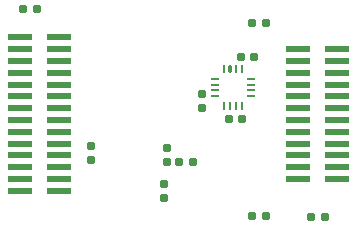
<source format=gbr>
%TF.GenerationSoftware,KiCad,Pcbnew,8.0.0*%
%TF.CreationDate,2024-09-22T12:37:06-04:00*%
%TF.ProjectId,MainBoard,4d61696e-426f-4617-9264-2e6b69636164,rev?*%
%TF.SameCoordinates,Original*%
%TF.FileFunction,Paste,Bot*%
%TF.FilePolarity,Positive*%
%FSLAX46Y46*%
G04 Gerber Fmt 4.6, Leading zero omitted, Abs format (unit mm)*
G04 Created by KiCad (PCBNEW 8.0.0) date 2024-09-22 12:37:06*
%MOMM*%
%LPD*%
G01*
G04 APERTURE LIST*
G04 Aperture macros list*
%AMRoundRect*
0 Rectangle with rounded corners*
0 $1 Rounding radius*
0 $2 $3 $4 $5 $6 $7 $8 $9 X,Y pos of 4 corners*
0 Add a 4 corners polygon primitive as box body*
4,1,4,$2,$3,$4,$5,$6,$7,$8,$9,$2,$3,0*
0 Add four circle primitives for the rounded corners*
1,1,$1+$1,$2,$3*
1,1,$1+$1,$4,$5*
1,1,$1+$1,$6,$7*
1,1,$1+$1,$8,$9*
0 Add four rect primitives between the rounded corners*
20,1,$1+$1,$2,$3,$4,$5,0*
20,1,$1+$1,$4,$5,$6,$7,0*
20,1,$1+$1,$6,$7,$8,$9,0*
20,1,$1+$1,$8,$9,$2,$3,0*%
G04 Aperture macros list end*
%ADD10RoundRect,0.160000X-0.197500X-0.160000X0.197500X-0.160000X0.197500X0.160000X-0.197500X0.160000X0*%
%ADD11RoundRect,0.160000X0.160000X-0.197500X0.160000X0.197500X-0.160000X0.197500X-0.160000X-0.197500X0*%
%ADD12R,2.000000X0.500000*%
%ADD13RoundRect,0.155000X0.212500X0.155000X-0.212500X0.155000X-0.212500X-0.155000X0.212500X-0.155000X0*%
%ADD14RoundRect,0.160000X-0.160000X0.197500X-0.160000X-0.197500X0.160000X-0.197500X0.160000X0.197500X0*%
%ADD15RoundRect,0.160000X0.197500X0.160000X-0.197500X0.160000X-0.197500X-0.160000X0.197500X-0.160000X0*%
%ADD16RoundRect,0.155000X-0.212500X-0.155000X0.212500X-0.155000X0.212500X0.155000X-0.212500X0.155000X0*%
%ADD17RoundRect,0.062500X-0.237500X-0.062500X0.237500X-0.062500X0.237500X0.062500X-0.237500X0.062500X0*%
%ADD18RoundRect,0.062500X-0.062500X-0.237500X0.062500X-0.237500X0.062500X0.237500X-0.062500X0.237500X0*%
%ADD19RoundRect,0.068750X-0.068750X-0.231250X0.068750X-0.231250X0.068750X0.231250X-0.068750X0.231250X0*%
G04 APERTURE END LIST*
D10*
%TO.C,R2*%
X86602500Y-74000000D03*
X87797500Y-74000000D03*
%TD*%
D11*
%TO.C,R7*%
X98800000Y-86997500D03*
X98800000Y-85802500D03*
%TD*%
D10*
%TO.C,R6*%
X99802500Y-87000000D03*
X100997500Y-87000000D03*
%TD*%
D12*
%TO.C,J2*%
X113200000Y-77400000D03*
X109900000Y-77400000D03*
X113200000Y-78400000D03*
X109900000Y-78400000D03*
X113200000Y-79400000D03*
X109900000Y-79400000D03*
X113200000Y-80400000D03*
X109900000Y-80400000D03*
X113200000Y-81400000D03*
X109900000Y-81400000D03*
X113200000Y-82400000D03*
X109900000Y-82400000D03*
X113200000Y-83400000D03*
X109900000Y-83400000D03*
X113200000Y-84400000D03*
X109900000Y-84400000D03*
X113200000Y-85400000D03*
X109900000Y-85400000D03*
X113200000Y-86400000D03*
X109900000Y-86400000D03*
X113200000Y-87400000D03*
X109900000Y-87400000D03*
X113200000Y-88400000D03*
X109900000Y-88400000D03*
%TD*%
D13*
%TO.C,C7*%
X107167500Y-91500000D03*
X106032500Y-91500000D03*
%TD*%
D14*
%TO.C,R10*%
X92400000Y-85602500D03*
X92400000Y-86797500D03*
%TD*%
D11*
%TO.C,R8*%
X98600000Y-89997500D03*
X98600000Y-88802500D03*
%TD*%
D15*
%TO.C,R5*%
X112195000Y-91600000D03*
X111000000Y-91600000D03*
%TD*%
D16*
%TO.C,C4*%
X105072500Y-78093125D03*
X106207500Y-78093125D03*
%TD*%
D11*
%TO.C,R13*%
X101800000Y-82397500D03*
X101800000Y-81202500D03*
%TD*%
D10*
%TO.C,R11*%
X106002500Y-75200000D03*
X107197500Y-75200000D03*
%TD*%
D16*
%TO.C,C2*%
X104072501Y-83293125D03*
X105207501Y-83293125D03*
%TD*%
D12*
%TO.C,J3*%
X89700000Y-76400000D03*
X86400000Y-76400000D03*
X89700000Y-77400000D03*
X86400000Y-77400000D03*
X89700000Y-78400000D03*
X86400000Y-78400000D03*
X89700000Y-79400000D03*
X86400000Y-79400000D03*
X89700000Y-80400000D03*
X86400000Y-80400000D03*
X89700000Y-81400000D03*
X86400000Y-81400000D03*
X89700000Y-82400000D03*
X86400000Y-82400000D03*
X89700000Y-83400000D03*
X86400000Y-83400000D03*
X89700000Y-84400000D03*
X86400000Y-84400000D03*
X89700000Y-85400000D03*
X86400000Y-85400000D03*
X89700000Y-86400000D03*
X86400000Y-86400000D03*
X89700000Y-87400000D03*
X86400000Y-87400000D03*
X89700000Y-88400000D03*
X86400000Y-88400000D03*
X89700000Y-89400000D03*
X86400000Y-89400000D03*
%TD*%
D17*
%TO.C,U5*%
X102850000Y-81403125D03*
X102850000Y-80903125D03*
X102850000Y-80403125D03*
X102850000Y-79903125D03*
D18*
X103650000Y-79103125D03*
D19*
X104162500Y-79103125D03*
D18*
X104650000Y-79103125D03*
X105150000Y-79103125D03*
D17*
X105950000Y-79903125D03*
X105950000Y-80403125D03*
X105950000Y-80903125D03*
X105950000Y-81403125D03*
D18*
X105150000Y-82203125D03*
X104650000Y-82203125D03*
X104150000Y-82203125D03*
X103650000Y-82203125D03*
%TD*%
M02*

</source>
